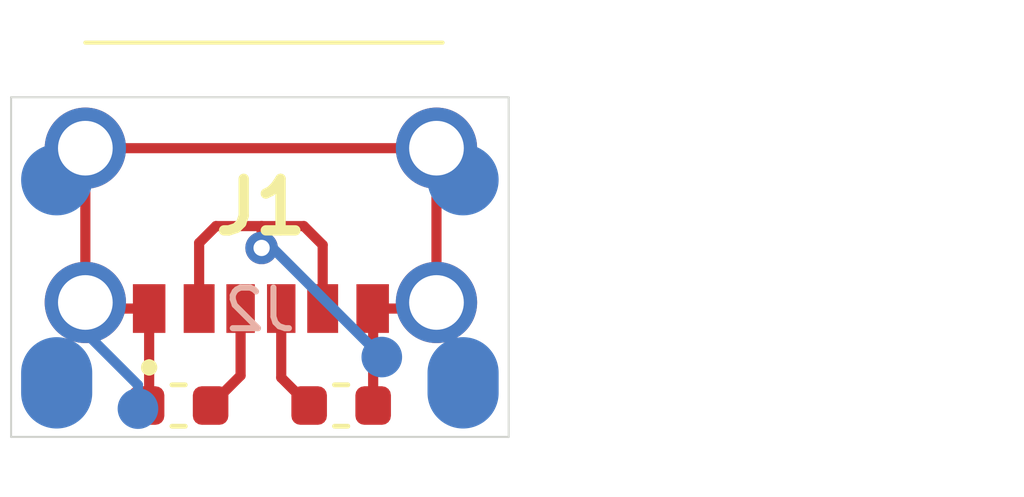
<source format=kicad_pcb>
(kicad_pcb (version 20171130) (host pcbnew "(5.1.6)-1")

  (general
    (thickness 0.8)
    (drawings 4)
    (tracks 29)
    (zones 0)
    (modules 4)
    (nets 5)
  )

  (page A4)
  (layers
    (0 F.Cu signal)
    (31 B.Cu signal)
    (32 B.Adhes user)
    (33 F.Adhes user)
    (34 B.Paste user)
    (35 F.Paste user)
    (36 B.SilkS user)
    (37 F.SilkS user)
    (38 B.Mask user)
    (39 F.Mask user)
    (40 Dwgs.User user)
    (41 Cmts.User user)
    (42 Eco1.User user)
    (43 Eco2.User user)
    (44 Edge.Cuts user)
    (45 Margin user)
    (46 B.CrtYd user)
    (47 F.CrtYd user)
    (48 B.Fab user)
    (49 F.Fab user)
  )

  (setup
    (last_trace_width 0.25)
    (trace_clearance 0.2)
    (zone_clearance 0.508)
    (zone_45_only no)
    (trace_min 0.2)
    (via_size 0.8)
    (via_drill 0.4)
    (via_min_size 0.4)
    (via_min_drill 0.3)
    (uvia_size 0.3)
    (uvia_drill 0.1)
    (uvias_allowed no)
    (uvia_min_size 0.2)
    (uvia_min_drill 0.1)
    (edge_width 0.05)
    (segment_width 0.2)
    (pcb_text_width 0.3)
    (pcb_text_size 1.5 1.5)
    (mod_edge_width 0.12)
    (mod_text_size 1 1)
    (mod_text_width 0.15)
    (pad_size 1 1)
    (pad_drill 0)
    (pad_to_mask_clearance 0.05)
    (aux_axis_origin 0 0)
    (visible_elements 7FFFFFFF)
    (pcbplotparams
      (layerselection 0x010fc_ffffffff)
      (usegerberextensions false)
      (usegerberattributes true)
      (usegerberadvancedattributes true)
      (creategerberjobfile true)
      (excludeedgelayer true)
      (linewidth 0.100000)
      (plotframeref false)
      (viasonmask false)
      (mode 1)
      (useauxorigin false)
      (hpglpennumber 1)
      (hpglpenspeed 20)
      (hpglpendiameter 15.000000)
      (psnegative false)
      (psa4output false)
      (plotreference true)
      (plotvalue true)
      (plotinvisibletext false)
      (padsonsilk false)
      (subtractmaskfromsilk false)
      (outputformat 1)
      (mirror false)
      (drillshape 1)
      (scaleselection 1)
      (outputdirectory ""))
  )

  (net 0 "")
  (net 1 "Net-(J1-Pad3)")
  (net 2 +5V)
  (net 3 GND)
  (net 4 "Net-(J1-Pad4)")

  (net_class Default "This is the default net class."
    (clearance 0.2)
    (trace_width 0.25)
    (via_dia 0.8)
    (via_drill 0.4)
    (uvia_dia 0.3)
    (uvia_drill 0.1)
    (add_net +5V)
    (add_net GND)
    (add_net "Net-(J1-Pad3)")
    (add_net "Net-(J1-Pad4)")
  )

  (module Custom:GBM_Mount (layer F.Cu) (tedit 5FEE95E8) (tstamp 5FE44D9D)
    (at 157.478099 72.280439)
    (path /5FE580C1)
    (fp_text reference J2 (at 0 0.698841 180) (layer B.SilkS)
      (effects (font (size 1 1) (thickness 0.15)) (justify mirror))
    )
    (fp_text value GBMicroPort (at -0.01778 -3.2639) (layer F.Fab)
      (effects (font (size 1 1) (thickness 0.15)))
    )
    (fp_text user "1: 5V CHG" (at 13.38326 -5.9309) (layer Dwgs.User)
      (effects (font (size 1 1) (thickness 0.15)))
    )
    (fp_text user GBM_Mount (at -0.02341 -3.297749) (layer F.Fab)
      (effects (font (size 1 1) (thickness 0.15)))
    )
    (fp_text user "4: SI" (at 11.33602 -1.2319) (layer Dwgs.User)
      (effects (font (size 1 1) (thickness 0.15)))
    )
    (fp_text user "6: SC" (at 11.68654 1.6002) (layer Dwgs.User)
      (effects (font (size 1 1) (thickness 0.15)))
    )
    (fp_text user "8: GND CHG" (at 14.16812 4.34848) (layer Dwgs.User)
      (effects (font (size 1 1) (thickness 0.15)))
    )
    (fp_text user "7: GND" (at 12.22502 2.9464) (layer Dwgs.User)
      (effects (font (size 1 1) (thickness 0.15)))
    )
    (fp_text user "2: VDD3" (at 12.46886 -4.35864) (layer Dwgs.User)
      (effects (font (size 1 1) (thickness 0.15)))
    )
    (fp_text user "3: SO" (at 11.57986 -2.794) (layer Dwgs.User)
      (effects (font (size 1 1) (thickness 0.15)))
    )
    (fp_text user "5: SD" (at 11.65098 0.18796) (layer Dwgs.User)
      (effects (font (size 1 1) (thickness 0.15)))
    )
    (pad 0 smd oval (at -5 2.5) (size 1.75 2.25) (layers B.Cu B.Paste B.Mask))
    (pad 0 smd oval (at 5 2.5) (size 1.75 2.25) (layers B.Cu B.Paste B.Mask))
    (pad 0 smd circle (at 5 -2.5) (size 1.75 1.75) (layers B.Cu B.Paste B.Mask))
    (pad 1 smd circle (at 3 1.865) (size 1 1) (layers B.Cu B.Paste B.Mask)
      (net 2 +5V))
    (pad 0 smd circle (at -5 -2.5) (size 1.75 1.75) (layers B.Cu B.Paste B.Mask))
    (pad 8 smd circle (at -3 3.135) (size 1 1) (layers B.Cu B.Paste B.Mask)
      (net 3 GND))
  )

  (module Resistor_SMD:R_0603_1608Metric (layer F.Cu) (tedit 5B301BBD) (tstamp 5FE44DBF)
    (at 159.478099 75.33924 180)
    (descr "Resistor SMD 0603 (1608 Metric), square (rectangular) end terminal, IPC_7351 nominal, (Body size source: http://www.tortai-tech.com/upload/download/2011102023233369053.pdf), generated with kicad-footprint-generator")
    (tags resistor)
    (path /5FE41A52)
    (attr smd)
    (fp_text reference R2 (at 0 -1.43) (layer F.SilkS) hide
      (effects (font (size 1 1) (thickness 0.15)))
    )
    (fp_text value 5.1K (at 0 1.43) (layer F.Fab)
      (effects (font (size 1 1) (thickness 0.15)))
    )
    (fp_line (start 1.48 0.73) (end -1.48 0.73) (layer F.CrtYd) (width 0.05))
    (fp_line (start 1.48 -0.73) (end 1.48 0.73) (layer F.CrtYd) (width 0.05))
    (fp_line (start -1.48 -0.73) (end 1.48 -0.73) (layer F.CrtYd) (width 0.05))
    (fp_line (start -1.48 0.73) (end -1.48 -0.73) (layer F.CrtYd) (width 0.05))
    (fp_line (start -0.162779 0.51) (end 0.162779 0.51) (layer F.SilkS) (width 0.12))
    (fp_line (start -0.162779 -0.51) (end 0.162779 -0.51) (layer F.SilkS) (width 0.12))
    (fp_line (start 0.8 0.4) (end -0.8 0.4) (layer F.Fab) (width 0.1))
    (fp_line (start 0.8 -0.4) (end 0.8 0.4) (layer F.Fab) (width 0.1))
    (fp_line (start -0.8 -0.4) (end 0.8 -0.4) (layer F.Fab) (width 0.1))
    (fp_line (start -0.8 0.4) (end -0.8 -0.4) (layer F.Fab) (width 0.1))
    (fp_text user %R (at 0 0) (layer F.Fab)
      (effects (font (size 0.4 0.4) (thickness 0.06)))
    )
    (pad 2 smd roundrect (at 0.7875 0 180) (size 0.875 0.95) (layers F.Cu F.Paste F.Mask) (roundrect_rratio 0.25)
      (net 1 "Net-(J1-Pad3)"))
    (pad 1 smd roundrect (at -0.7875 0 180) (size 0.875 0.95) (layers F.Cu F.Paste F.Mask) (roundrect_rratio 0.25)
      (net 3 GND))
    (model ${KISYS3DMOD}/Resistor_SMD.3dshapes/R_0603_1608Metric.wrl
      (at (xyz 0 0 0))
      (scale (xyz 1 1 1))
      (rotate (xyz 0 0 0))
    )
  )

  (module Resistor_SMD:R_0603_1608Metric (layer F.Cu) (tedit 5B301BBD) (tstamp 5FE44DAE)
    (at 155.478099 75.33924)
    (descr "Resistor SMD 0603 (1608 Metric), square (rectangular) end terminal, IPC_7351 nominal, (Body size source: http://www.tortai-tech.com/upload/download/2011102023233369053.pdf), generated with kicad-footprint-generator")
    (tags resistor)
    (path /5FE43743)
    (attr smd)
    (fp_text reference R1 (at -0.357759 1.32944) (layer F.SilkS) hide
      (effects (font (size 1 1) (thickness 0.15)))
    )
    (fp_text value 5.1K (at 0 1.43) (layer F.Fab)
      (effects (font (size 1 1) (thickness 0.15)))
    )
    (fp_line (start 1.48 0.73) (end -1.48 0.73) (layer F.CrtYd) (width 0.05))
    (fp_line (start 1.48 -0.73) (end 1.48 0.73) (layer F.CrtYd) (width 0.05))
    (fp_line (start -1.48 -0.73) (end 1.48 -0.73) (layer F.CrtYd) (width 0.05))
    (fp_line (start -1.48 0.73) (end -1.48 -0.73) (layer F.CrtYd) (width 0.05))
    (fp_line (start -0.162779 0.51) (end 0.162779 0.51) (layer F.SilkS) (width 0.12))
    (fp_line (start -0.162779 -0.51) (end 0.162779 -0.51) (layer F.SilkS) (width 0.12))
    (fp_line (start 0.8 0.4) (end -0.8 0.4) (layer F.Fab) (width 0.1))
    (fp_line (start 0.8 -0.4) (end 0.8 0.4) (layer F.Fab) (width 0.1))
    (fp_line (start -0.8 -0.4) (end 0.8 -0.4) (layer F.Fab) (width 0.1))
    (fp_line (start -0.8 0.4) (end -0.8 -0.4) (layer F.Fab) (width 0.1))
    (fp_text user %R (at 0 0) (layer F.Fab)
      (effects (font (size 0.4 0.4) (thickness 0.06)))
    )
    (pad 2 smd roundrect (at 0.7875 0) (size 0.875 0.95) (layers F.Cu F.Paste F.Mask) (roundrect_rratio 0.25)
      (net 4 "Net-(J1-Pad4)"))
    (pad 1 smd roundrect (at -0.7875 0) (size 0.875 0.95) (layers F.Cu F.Paste F.Mask) (roundrect_rratio 0.25)
      (net 3 GND))
    (model ${KISYS3DMOD}/Resistor_SMD.3dshapes/R_0603_1608Metric.wrl
      (at (xyz 0 0 0))
      (scale (xyz 1 1 1))
      (rotate (xyz 0 0 0))
    )
  )

  (module Custom:TYPEC31M17 (layer F.Cu) (tedit 5FE3BC7C) (tstamp 5FE44D85)
    (at 157.478099 70.280439 180)
    (descr TYPE-C-31-M-17-1)
    (tags Connector)
    (path /5FE51A2E)
    (fp_text reference J1 (at -0.0254 -0.17018) (layer F.SilkS)
      (effects (font (size 1.27 1.27) (thickness 0.254)))
    )
    (fp_text value TYPEC31M17 (at -0.0254 -0.17018) (layer F.SilkS) hide
      (effects (font (size 1.27 1.27) (thickness 0.254)))
    )
    (fp_line (start 2.7246 -4.22018) (end 2.7246 -4.22018) (layer F.SilkS) (width 0.2))
    (fp_line (start 2.7246 -4.02018) (end 2.7246 -4.02018) (layer F.SilkS) (width 0.2))
    (fp_line (start -4.4954 3.87982) (end 4.2946 3.87982) (layer F.SilkS) (width 0.1))
    (fp_line (start -6.3954 4.87982) (end -6.3954 -5.22018) (layer F.CrtYd) (width 0.1))
    (fp_line (start 6.3446 4.87982) (end -6.3954 4.87982) (layer F.CrtYd) (width 0.1))
    (fp_line (start 6.3446 -5.22018) (end 6.3446 4.87982) (layer F.CrtYd) (width 0.1))
    (fp_line (start -6.3954 -5.22018) (end 6.3446 -5.22018) (layer F.CrtYd) (width 0.1))
    (fp_line (start -4.4954 3.87982) (end -4.4954 -2.92018) (layer F.Fab) (width 0.2))
    (fp_line (start 4.4446 3.87982) (end -4.4954 3.87982) (layer F.Fab) (width 0.2))
    (fp_line (start 4.4446 -2.92018) (end 4.4446 3.87982) (layer F.Fab) (width 0.2))
    (fp_line (start -4.4954 -2.92018) (end 4.4446 -2.92018) (layer F.Fab) (width 0.2))
    (fp_text user %R (at -0.0254 -0.17018) (layer F.Fab)
      (effects (font (size 1.27 1.27) (thickness 0.254)))
    )
    (fp_arc (start 2.7246 -4.12018) (end 2.7246 -4.02018) (angle -180) (layer F.SilkS) (width 0.2))
    (fp_arc (start 2.7246 -4.12018) (end 2.7246 -4.22018) (angle -180) (layer F.SilkS) (width 0.2))
    (pad 3 smd rect (at -0.5254 -2.67018 180) (size 0.7 1.2) (layers F.Cu F.Paste F.Mask)
      (net 1 "Net-(J1-Pad3)"))
    (pad 5 smd rect (at 1.4946 -2.67018 180) (size 0.76 1.2) (layers F.Cu F.Paste F.Mask)
      (net 2 +5V))
    (pad 6 smd rect (at 2.7246 -2.67018 180) (size 0.8 1.2) (layers F.Cu F.Paste F.Mask)
      (net 3 GND))
    (pad 4 smd rect (at 0.4746 -2.67018 180) (size 0.7 1.2) (layers F.Cu F.Paste F.Mask)
      (net 4 "Net-(J1-Pad4)"))
    (pad 2 smd rect (at -1.5454 -2.67018 180) (size 0.76 1.2) (layers F.Cu F.Paste F.Mask)
      (net 2 +5V))
    (pad 1 smd rect (at -2.7754 -2.67018 180) (size 0.8 1.2) (layers F.Cu F.Paste F.Mask)
      (net 3 GND))
    (pad 0 thru_hole circle (at -4.3454 1.27982 180) (size 2 2) (drill 1.346) (layers *.Cu *.Mask)
      (net 3 GND))
    (pad 0 thru_hole circle (at 4.2946 1.27982 180) (size 2 2) (drill 1.346) (layers *.Cu *.Mask)
      (net 3 GND))
    (pad 0 thru_hole circle (at 4.2946 -2.52018 180) (size 2 2) (drill 1.346) (layers *.Cu *.Mask)
      (net 3 GND))
    (pad 0 thru_hole circle (at -4.3454 -2.52018 180) (size 2 2) (drill 1.346) (layers *.Cu *.Mask)
      (net 3 GND))
    (model TYPE-C-31-M-17.stp
      (at (xyz 0 0 0))
      (scale (xyz 1 1 1))
      (rotate (xyz 0 0 0))
    )
  )

  (gr_line (start 151.356198 76.11242) (end 151.356198 67.7464) (layer Edge.Cuts) (width 0.05) (tstamp 5FE4632A))
  (gr_line (start 151.356198 76.11242) (end 163.6 76.11242) (layer Edge.Cuts) (width 0.05) (tstamp 5FE46327))
  (gr_line (start 163.6 76.11242) (end 163.6 67.7464) (layer Edge.Cuts) (width 0.05) (tstamp 5FE462D9))
  (gr_line (start 151.356198 67.7464) (end 163.6 67.7464) (layer Edge.Cuts) (width 0.05))

  (segment (start 158.003499 74.65214) (end 158.003499 72.950619) (width 0.25) (layer F.Cu) (net 1))
  (segment (start 158.690599 75.33924) (end 158.003499 74.65214) (width 0.25) (layer F.Cu) (net 1))
  (segment (start 155.983499 72.950619) (end 155.983499 71.333801) (width 0.25) (layer F.Cu) (net 2))
  (segment (start 155.983499 71.333801) (end 156.39796 70.91934) (width 0.25) (layer F.Cu) (net 2))
  (segment (start 159.023499 71.383339) (end 159.023499 72.950619) (width 0.25) (layer F.Cu) (net 2))
  (segment (start 158.5595 70.91934) (end 159.023499 71.383339) (width 0.25) (layer F.Cu) (net 2))
  (segment (start 157.52064 70.91934) (end 157.52064 71.45782) (width 0.25) (layer F.Cu) (net 2))
  (segment (start 157.52064 70.91934) (end 158.5595 70.91934) (width 0.25) (layer F.Cu) (net 2))
  (segment (start 156.39796 70.91934) (end 157.52064 70.91934) (width 0.25) (layer F.Cu) (net 2))
  (segment (start 157.52064 71.45782) (end 157.52064 71.45782) (width 0.25) (layer F.Cu) (net 2) (tstamp 5FEE9A39))
  (via (at 157.52064 71.45782) (size 0.8) (drill 0.4) (layers F.Cu B.Cu) (net 2))
  (segment (start 157.79048 71.45782) (end 157.52064 71.45782) (width 0.25) (layer B.Cu) (net 2))
  (segment (start 160.478099 74.145439) (end 157.79048 71.45782) (width 0.25) (layer B.Cu) (net 2))
  (segment (start 154.753499 75.27634) (end 154.690599 75.33924) (width 0.25) (layer F.Cu) (net 3))
  (segment (start 154.753499 72.950619) (end 154.753499 75.27634) (width 0.25) (layer F.Cu) (net 3))
  (segment (start 153.333499 72.950619) (end 153.183499 72.800619) (width 0.25) (layer F.Cu) (net 3))
  (segment (start 154.753499 72.950619) (end 153.333499 72.950619) (width 0.25) (layer F.Cu) (net 3))
  (segment (start 154.478099 74.833369) (end 154.478099 75.415439) (width 0.25) (layer B.Cu) (net 3))
  (segment (start 153.183499 73.538769) (end 154.478099 74.833369) (width 0.25) (layer B.Cu) (net 3))
  (segment (start 153.183499 72.800619) (end 153.183499 73.538769) (width 0.25) (layer B.Cu) (net 3))
  (segment (start 161.673499 72.950619) (end 161.823499 72.800619) (width 0.25) (layer F.Cu) (net 3))
  (segment (start 160.253499 72.950619) (end 161.673499 72.950619) (width 0.25) (layer F.Cu) (net 3))
  (segment (start 161.823499 72.800619) (end 161.823499 69.000619) (width 0.25) (layer F.Cu) (net 3))
  (segment (start 161.823499 69.000619) (end 153.183499 69.000619) (width 0.25) (layer F.Cu) (net 3))
  (segment (start 153.183499 69.000619) (end 153.183499 72.800619) (width 0.25) (layer F.Cu) (net 3))
  (segment (start 160.265599 72.962719) (end 160.253499 72.950619) (width 0.25) (layer F.Cu) (net 3))
  (segment (start 160.265599 75.33924) (end 160.265599 72.962719) (width 0.25) (layer F.Cu) (net 3))
  (segment (start 157.003499 74.60134) (end 157.003499 72.950619) (width 0.25) (layer F.Cu) (net 4))
  (segment (start 156.265599 75.33924) (end 157.003499 74.60134) (width 0.25) (layer F.Cu) (net 4))

)

</source>
